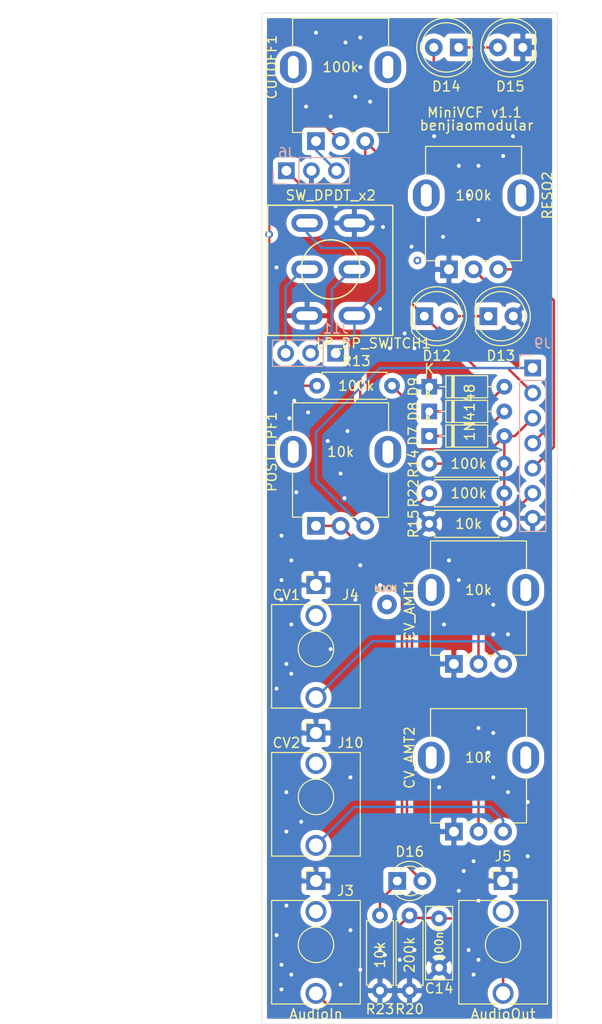
<source format=kicad_pcb>
(kicad_pcb (version 20171130) (host pcbnew 5.1.9+dfsg1-1~bpo10+1)
  (layers (0 F.Cu signal) (31 B.Cu signal) (34 B.Paste user) (35 F.Paste user) (36 B.SilkS user) (37 F.SilkS user) (38 B.Mask user) (39 F.Mask user) (44 Edge.Cuts user))
  (net 0 "")
  (net 1 "Net-(CUTOFF1-Pad2)")
  (net 2 "Net-(D12-Pad2)")
  (net 3 "Net-(D14-Pad1)")
  (net 4 GND1)
  (net 5 NEG12V_1)
  (net 6 POS12V_1)
  (net 7 A_5)
  (net 8 A_6)
  (net 9 "Net-(CV_AMT1-Pad2)")
  (net 10 "Net-(CV_AMT1-Pad3)")
  (net 11 "Net-(CV_AMT2-Pad2)")
  (net 12 "Net-(CV_AMT2-Pad3)")
  (net 13 A_7)
  (net 14 A_8)
  (net 15 A_9)
  (net 16 "Net-(C14-Pad2)")
  (net 17 A_CV_IN)
  (net 18 A_CLIPPING_LEDS)
  (net 19 A_AUDIO_IN)
  (net 20 A_AUDIO_OUT)
  (net 21 "Net-(D7-Pad1)")
  (net 22 "Net-(D8-Pad1)")
  (net 23 "Net-(D16-Pad1)")
  (module LED_THT:LED_D5.0mm (layer F.Cu) (at 95 83.75)
    (fp_text reference D13 (at 1.27 4) (layer F.SilkS))
    (fp_text value LED)
    (fp_line (start -1.29 -1.545) (end -1.29 1.545) (layer F.SilkS) (width 0.12))
    (fp_circle (center 1.27 0) (end 3.77 0) (layer F.SilkS) (width 0.12))
    (fp_arc (start 1.27 0) (end -1.29 -1.54483) (angle 148.9) (layer F.SilkS) (width 0.12))
    (fp_arc (start 1.27 0) (end -1.29 1.54483) (angle -148.9) (layer F.SilkS) (width 0.12))
    (pad 1 thru_hole rect (at 0 0) (size 1.8 1.8) (drill 0.9) (layers *.Cu *.Mask) (net 2 "Net-(D12-Pad2)"))
    (pad 2 thru_hole circle (at 2.54 0) (size 1.8 1.8) (drill 0.9) (layers *.Cu *.Mask) (net 4 GND1))
  )
  (module LED_THT:LED_D5.0mm (layer F.Cu) (at 88.5 83.75)
    (fp_text reference D12 (at 1.27 4) (layer F.SilkS))
    (fp_text value LED)
    (fp_circle (center 1.27 0) (end 3.77 0) (layer F.SilkS) (width 0.12))
    (fp_line (start -1.29 -1.545) (end -1.29 1.545) (layer F.SilkS) (width 0.12))
    (fp_arc (start 1.27 0) (end -1.29 1.54483) (angle -148.9) (layer F.SilkS) (width 0.12))
    (fp_arc (start 1.27 0) (end -1.29 -1.54483) (angle 148.9) (layer F.SilkS) (width 0.12))
    (pad 2 thru_hole circle (at 2.54 0) (size 1.8 1.8) (drill 0.9) (layers *.Cu *.Mask) (net 2 "Net-(D12-Pad2)"))
    (pad 1 thru_hole rect (at 0 0) (size 1.8 1.8) (drill 0.9) (layers *.Cu *.Mask) (net 18 A_CLIPPING_LEDS))
  )
  (module benjiaomodular:Wire_1mm (layer F.Cu) (at 84.709 113.03)
    (fp_text reference REF** hide)
    (fp_text value Wire_1mm)
    (pad 1 thru_hole circle (at 0 -0.05) (size 2 2) (drill 1) (layers *.Cu *.Mask))
  )
  (module benjiaomodular:Potentiometer_RV09 (layer F.Cu) (at 77.5 105 90)
    (fp_text reference POST_LPF1 (at 7.5 -4.5 90) (layer F.SilkS))
    (fp_text value 10k (at 7.5 2.5 180) (layer F.SilkS))
    (fp_line (start 0.88 7.37) (end 5.6 7.37) (layer F.SilkS) (width 0.12))
    (fp_line (start 0.88 7.37) (end 0.88 5.88) (layer F.SilkS) (width 0.12))
    (fp_line (start 0.88 4.16) (end 0.88 3.33) (layer F.SilkS) (width 0.12))
    (fp_line (start 0.88 -1.19) (end 0.88 -2.37) (layer F.SilkS) (width 0.12))
    (fp_line (start 12.47 7.37) (end 12.47 -2.37) (layer F.SilkS) (width 0.12))
    (fp_line (start 9.41 7.37) (end 12.47 7.37) (layer F.SilkS) (width 0.12))
    (fp_line (start 0.88 -2.38) (end 5.6 -2.38) (layer F.SilkS) (width 0.12))
    (fp_line (start 9.41 -2.37) (end 12.47 -2.37) (layer F.SilkS) (width 0.12))
    (fp_line (start 0.88 1.71) (end 0.88 1.18) (layer F.SilkS) (width 0.12))
    (pad 1 thru_hole rect (at 0 0 180) (size 1.8 1.8) (drill 1) (layers *.Cu *.Mask) (net 16 "Net-(C14-Pad2)"))
    (pad 3 thru_hole circle (at 0 5 180) (size 1.8 1.8) (drill 1) (layers *.Cu *.Mask) (net 20 A_AUDIO_OUT))
    (pad 2 thru_hole circle (at 0 2.5 180) (size 1.8 1.8) (drill 1) (layers *.Cu *.Mask) (net 16 "Net-(C14-Pad2)"))
    (pad "" thru_hole oval (at 7.5 7.3 180) (size 2.72 3.24) (drill oval 1.1 2.3) (layers *.Cu *.Mask))
    (pad "" thru_hole oval (at 7.5 -2.3 180) (size 2.72 3.24) (drill oval 1.1 2.3) (layers *.Cu *.Mask))
  )
  (module benjiaomodular:Capacitor_Rect_L7.2mm_W2.5mm_P5.00mm (layer F.Cu) (at 90 149.8 90)
    (fp_text reference C14 (at -2.1 0 180) (layer F.SilkS))
    (fp_text value 100nF (at 2.5 0 90) (layer F.SilkS) (effects (font (size 0.8 0.8))))
    (fp_line (start -1.22 -1.37) (end -1.22 1.37) (layer F.SilkS) (width 0.12))
    (fp_line (start -1.22 1.37) (end 6.22 1.37) (layer F.SilkS) (width 0.12))
    (fp_line (start -1.22 -1.37) (end 6.22 -1.37) (layer F.SilkS) (width 0.12))
    (fp_line (start 6.22 -1.37) (end 6.22 1.37) (layer F.SilkS) (width 0.12))
    (pad 2 thru_hole circle (at 5 0 90) (size 1.6 1.6) (drill 0.8) (layers *.Cu *.Mask) (net 16 "Net-(C14-Pad2)"))
    (pad 1 thru_hole circle (at 0 0 90) (size 1.6 1.6) (drill 0.8) (layers *.Cu *.Mask) (net 4 GND1))
  )
  (module Diode_THT:D_DO-35_SOD27_P7.62mm_Horizontal (layer F.Cu) (at 89 95.9)
    (fp_text reference D7 (at -1.6 0 90) (layer F.SilkS))
    (fp_text value 1N4148 hide)
    (fp_line (start 1.69 -1.12) (end 1.69 1.12) (layer F.SilkS) (width 0.12))
    (fp_line (start 1.69 1.12) (end 5.93 1.12) (layer F.SilkS) (width 0.12))
    (fp_line (start 5.93 1.12) (end 5.93 -1.12) (layer F.SilkS) (width 0.12))
    (fp_line (start 5.93 -1.12) (end 1.69 -1.12) (layer F.SilkS) (width 0.12))
    (fp_line (start 1.04 0) (end 1.69 0) (layer F.SilkS) (width 0.12))
    (fp_line (start 6.58 0) (end 5.93 0) (layer F.SilkS) (width 0.12))
    (fp_line (start 2.41 -1.12) (end 2.41 1.12) (layer F.SilkS) (width 0.12))
    (fp_line (start 2.53 -1.12) (end 2.53 1.12) (layer F.SilkS) (width 0.12))
    (fp_line (start 2.29 -1.12) (end 2.29 1.12) (layer F.SilkS) (width 0.12))
    (fp_text user K (at 0 -1.8) (layer F.SilkS))
    (pad 2 thru_hole oval (at 7.62 0) (size 1.6 1.6) (drill 0.8) (layers *.Cu *.Mask) (net 17 A_CV_IN))
    (pad 1 thru_hole rect (at 0 0) (size 1.6 1.6) (drill 0.8) (layers *.Cu *.Mask) (net 21 "Net-(D7-Pad1)"))
  )
  (module Diode_THT:D_DO-35_SOD27_P7.62mm_Horizontal (layer F.Cu) (at 89 93.4)
    (fp_text reference D8 (at -1.6 0 90) (layer F.SilkS))
    (fp_text value 1N4148 hide)
    (fp_line (start 2.29 -1.12) (end 2.29 1.12) (layer F.SilkS) (width 0.12))
    (fp_line (start 2.53 -1.12) (end 2.53 1.12) (layer F.SilkS) (width 0.12))
    (fp_line (start 2.41 -1.12) (end 2.41 1.12) (layer F.SilkS) (width 0.12))
    (fp_line (start 6.58 0) (end 5.93 0) (layer F.SilkS) (width 0.12))
    (fp_line (start 1.04 0) (end 1.69 0) (layer F.SilkS) (width 0.12))
    (fp_line (start 5.93 -1.12) (end 1.69 -1.12) (layer F.SilkS) (width 0.12))
    (fp_line (start 5.93 1.12) (end 5.93 -1.12) (layer F.SilkS) (width 0.12))
    (fp_line (start 1.69 1.12) (end 5.93 1.12) (layer F.SilkS) (width 0.12))
    (fp_line (start 1.69 -1.12) (end 1.69 1.12) (layer F.SilkS) (width 0.12))
    (fp_text user K (at 0 -1.8) (layer F.SilkS))
    (pad 1 thru_hole rect (at 0 0) (size 1.6 1.6) (drill 0.8) (layers *.Cu *.Mask) (net 22 "Net-(D8-Pad1)"))
    (pad 2 thru_hole oval (at 7.62 0) (size 1.6 1.6) (drill 0.8) (layers *.Cu *.Mask) (net 21 "Net-(D7-Pad1)"))
  )
  (module Diode_THT:D_DO-35_SOD27_P7.62mm_Horizontal (layer F.Cu) (at 89 90.9)
    (fp_text reference D9 (at -1.6 0 270) (layer F.SilkS))
    (fp_text value 1N4148 (at 4.1 2.6 90) (layer F.SilkS))
    (fp_line (start 1.69 -1.12) (end 1.69 1.12) (layer F.SilkS) (width 0.12))
    (fp_line (start 1.69 1.12) (end 5.93 1.12) (layer F.SilkS) (width 0.12))
    (fp_line (start 5.93 1.12) (end 5.93 -1.12) (layer F.SilkS) (width 0.12))
    (fp_line (start 5.93 -1.12) (end 1.69 -1.12) (layer F.SilkS) (width 0.12))
    (fp_line (start 1.04 0) (end 1.69 0) (layer F.SilkS) (width 0.12))
    (fp_line (start 6.58 0) (end 5.93 0) (layer F.SilkS) (width 0.12))
    (fp_line (start 2.41 -1.12) (end 2.41 1.12) (layer F.SilkS) (width 0.12))
    (fp_line (start 2.53 -1.12) (end 2.53 1.12) (layer F.SilkS) (width 0.12))
    (fp_line (start 2.29 -1.12) (end 2.29 1.12) (layer F.SilkS) (width 0.12))
    (fp_text user K (at 0 -1.8) (layer F.SilkS))
    (pad 2 thru_hole oval (at 7.62 0) (size 1.6 1.6) (drill 0.8) (layers *.Cu *.Mask) (net 22 "Net-(D8-Pad1)"))
    (pad 1 thru_hole rect (at 0 0) (size 1.6 1.6) (drill 0.8) (layers *.Cu *.Mask) (net 4 GND1))
  )
  (module benjiaomodular:Resistor_L6.3mm_D2.5mm_P7.62mm_Horizontal (layer F.Cu) (at 77.6 90.8)
    (fp_text reference R13 (at 4 -2.5) (layer F.SilkS))
    (fp_text value 100k (at 4 0) (layer F.SilkS))
    (fp_line (start 0.54 -1.37) (end 7.08 -1.37) (layer F.SilkS) (width 0.12))
    (fp_line (start 0.54 -1.04) (end 0.54 -1.37) (layer F.SilkS) (width 0.12))
    (fp_line (start 0.54 1.37) (end 7.08 1.37) (layer F.SilkS) (width 0.12))
    (fp_line (start 7.08 1.37) (end 7.08 1.04) (layer F.SilkS) (width 0.12))
    (fp_line (start 0.54 1.04) (end 0.54 1.37) (layer F.SilkS) (width 0.12))
    (fp_line (start 7.08 -1.37) (end 7.08 -1.04) (layer F.SilkS) (width 0.12))
    (pad 2 thru_hole oval (at 7.62 0) (size 1.6 1.6) (drill 0.8) (layers *.Cu *.Mask) (net 17 A_CV_IN))
    (pad 1 thru_hole circle (at 0 0) (size 1.6 1.6) (drill 0.8) (layers *.Cu *.Mask) (net 1 "Net-(CUTOFF1-Pad2)"))
  )
  (module benjiaomodular:Resistor_L6.3mm_D2.5mm_P7.62mm_Horizontal (layer F.Cu) (at 89 98.7)
    (fp_text reference R14 (at -1.6 0 90) (layer F.SilkS))
    (fp_text value 100k (at 4 0) (layer F.SilkS))
    (fp_line (start 7.08 -1.37) (end 7.08 -1.04) (layer F.SilkS) (width 0.12))
    (fp_line (start 0.54 1.04) (end 0.54 1.37) (layer F.SilkS) (width 0.12))
    (fp_line (start 7.08 1.37) (end 7.08 1.04) (layer F.SilkS) (width 0.12))
    (fp_line (start 0.54 1.37) (end 7.08 1.37) (layer F.SilkS) (width 0.12))
    (fp_line (start 0.54 -1.04) (end 0.54 -1.37) (layer F.SilkS) (width 0.12))
    (fp_line (start 0.54 -1.37) (end 7.08 -1.37) (layer F.SilkS) (width 0.12))
    (pad 1 thru_hole circle (at 0 0) (size 1.6 1.6) (drill 0.8) (layers *.Cu *.Mask) (net 9 "Net-(CV_AMT1-Pad2)"))
    (pad 2 thru_hole oval (at 7.62 0) (size 1.6 1.6) (drill 0.8) (layers *.Cu *.Mask) (net 17 A_CV_IN))
  )
  (module benjiaomodular:Resistor_L6.3mm_D2.5mm_P7.62mm_Horizontal (layer F.Cu) (at 89 104.8)
    (fp_text reference R15 (at -1.6 0 270) (layer F.SilkS))
    (fp_text value 10k (at 4 0) (layer F.SilkS))
    (fp_line (start 0.54 -1.37) (end 7.08 -1.37) (layer F.SilkS) (width 0.12))
    (fp_line (start 0.54 -1.04) (end 0.54 -1.37) (layer F.SilkS) (width 0.12))
    (fp_line (start 0.54 1.37) (end 7.08 1.37) (layer F.SilkS) (width 0.12))
    (fp_line (start 7.08 1.37) (end 7.08 1.04) (layer F.SilkS) (width 0.12))
    (fp_line (start 0.54 1.04) (end 0.54 1.37) (layer F.SilkS) (width 0.12))
    (fp_line (start 7.08 -1.37) (end 7.08 -1.04) (layer F.SilkS) (width 0.12))
    (pad 2 thru_hole oval (at 7.62 0) (size 1.6 1.6) (drill 0.8) (layers *.Cu *.Mask) (net 17 A_CV_IN))
    (pad 1 thru_hole circle (at 0 0) (size 1.6 1.6) (drill 0.8) (layers *.Cu *.Mask) (net 4 GND1))
  )
  (module benjiaomodular:Resistor_L6.3mm_D2.5mm_P7.62mm_Horizontal (layer F.Cu) (at 87 144.5 270)
    (fp_text reference R20 (at 9.5 0 180) (layer F.SilkS))
    (fp_text value 200k (at 4 0 90) (layer F.SilkS))
    (fp_line (start 0.54 -1.37) (end 7.08 -1.37) (layer F.SilkS) (width 0.12))
    (fp_line (start 0.54 -1.04) (end 0.54 -1.37) (layer F.SilkS) (width 0.12))
    (fp_line (start 0.54 1.37) (end 7.08 1.37) (layer F.SilkS) (width 0.12))
    (fp_line (start 7.08 1.37) (end 7.08 1.04) (layer F.SilkS) (width 0.12))
    (fp_line (start 0.54 1.04) (end 0.54 1.37) (layer F.SilkS) (width 0.12))
    (fp_line (start 7.08 -1.37) (end 7.08 -1.04) (layer F.SilkS) (width 0.12))
    (pad 2 thru_hole oval (at 7.62 0 270) (size 1.6 1.6) (drill 0.8) (layers *.Cu *.Mask) (net 4 GND1))
    (pad 1 thru_hole circle (at 0 0 270) (size 1.6 1.6) (drill 0.8) (layers *.Cu *.Mask) (net 16 "Net-(C14-Pad2)"))
  )
  (module benjiaomodular:Resistor_L6.3mm_D2.5mm_P7.62mm_Horizontal (layer F.Cu) (at 89 101.7)
    (fp_text reference R22 (at -1.6 0 90) (layer F.SilkS))
    (fp_text value 100k (at 4 0) (layer F.SilkS))
    (fp_line (start 0.54 -1.37) (end 7.08 -1.37) (layer F.SilkS) (width 0.12))
    (fp_line (start 0.54 -1.04) (end 0.54 -1.37) (layer F.SilkS) (width 0.12))
    (fp_line (start 0.54 1.37) (end 7.08 1.37) (layer F.SilkS) (width 0.12))
    (fp_line (start 7.08 1.37) (end 7.08 1.04) (layer F.SilkS) (width 0.12))
    (fp_line (start 0.54 1.04) (end 0.54 1.37) (layer F.SilkS) (width 0.12))
    (fp_line (start 7.08 -1.37) (end 7.08 -1.04) (layer F.SilkS) (width 0.12))
    (pad 2 thru_hole oval (at 7.62 0) (size 1.6 1.6) (drill 0.8) (layers *.Cu *.Mask) (net 17 A_CV_IN))
    (pad 1 thru_hole circle (at 0 0) (size 1.6 1.6) (drill 0.8) (layers *.Cu *.Mask) (net 11 "Net-(CV_AMT2-Pad2)"))
  )
  (module benjiaomodular:Resistor_L6.3mm_D2.5mm_P7.62mm_Horizontal (layer F.Cu) (at 84 144.5 270)
    (fp_text reference R23 (at 9.5 0 180) (layer F.SilkS))
    (fp_text value 10k (at 4 0 90) (layer F.SilkS))
    (fp_line (start 0.54 -1.37) (end 7.08 -1.37) (layer F.SilkS) (width 0.12))
    (fp_line (start 0.54 -1.04) (end 0.54 -1.37) (layer F.SilkS) (width 0.12))
    (fp_line (start 0.54 1.37) (end 7.08 1.37) (layer F.SilkS) (width 0.12))
    (fp_line (start 7.08 1.37) (end 7.08 1.04) (layer F.SilkS) (width 0.12))
    (fp_line (start 0.54 1.04) (end 0.54 1.37) (layer F.SilkS) (width 0.12))
    (fp_line (start 7.08 -1.37) (end 7.08 -1.04) (layer F.SilkS) (width 0.12))
    (pad 2 thru_hole oval (at 7.62 0 270) (size 1.6 1.6) (drill 0.8) (layers *.Cu *.Mask) (net 4 GND1))
    (pad 1 thru_hole circle (at 0 0 270) (size 1.6 1.6) (drill 0.8) (layers *.Cu *.Mask) (net 23 "Net-(D16-Pad1)"))
  )
  (module benjiaomodular:Potentiometer_RV09 (layer F.Cu) (at 77.5 66 90)
    (fp_text reference CUTOFF1 (at 7.5 -4.5 90) (layer F.SilkS))
    (fp_text value 100k (at 7.5 2.5 180) (layer F.SilkS))
    (fp_line (start 0.88 7.37) (end 5.6 7.37) (layer F.SilkS) (width 0.12))
    (fp_line (start 0.88 7.37) (end 0.88 5.88) (layer F.SilkS) (width 0.12))
    (fp_line (start 0.88 4.16) (end 0.88 3.33) (layer F.SilkS) (width 0.12))
    (fp_line (start 0.88 -1.19) (end 0.88 -2.37) (layer F.SilkS) (width 0.12))
    (fp_line (start 12.47 7.37) (end 12.47 -2.37) (layer F.SilkS) (width 0.12))
    (fp_line (start 9.41 7.37) (end 12.47 7.37) (layer F.SilkS) (width 0.12))
    (fp_line (start 0.88 -2.38) (end 5.6 -2.38) (layer F.SilkS) (width 0.12))
    (fp_line (start 9.41 -2.37) (end 12.47 -2.37) (layer F.SilkS) (width 0.12))
    (fp_line (start 0.88 1.71) (end 0.88 1.18) (layer F.SilkS) (width 0.12))
    (pad 1 thru_hole rect (at 0 0 180) (size 1.8 1.8) (drill 1) (layers *.Cu *.Mask) (net 5 NEG12V_1))
    (pad 3 thru_hole circle (at 0 5 180) (size 1.8 1.8) (drill 1) (layers *.Cu *.Mask) (net 6 POS12V_1))
    (pad 2 thru_hole circle (at 0 2.5 180) (size 1.8 1.8) (drill 1) (layers *.Cu *.Mask) (net 1 "Net-(CUTOFF1-Pad2)"))
    (pad "" thru_hole oval (at 7.5 7.3 180) (size 2.72 3.24) (drill oval 1.1 2.3) (layers *.Cu *.Mask))
    (pad "" thru_hole oval (at 7.5 -2.3 180) (size 2.72 3.24) (drill oval 1.1 2.3) (layers *.Cu *.Mask))
  )
  (module benjiaomodular:Potentiometer_RV09 (layer F.Cu) (at 91.5 119 90)
    (fp_text reference CV_AMT1 (at 5.5 -4.5 90) (layer F.SilkS))
    (fp_text value 10k (at 7.5 2.5 180) (layer F.SilkS))
    (fp_line (start 0.88 1.71) (end 0.88 1.18) (layer F.SilkS) (width 0.12))
    (fp_line (start 9.41 -2.37) (end 12.47 -2.37) (layer F.SilkS) (width 0.12))
    (fp_line (start 0.88 -2.38) (end 5.6 -2.38) (layer F.SilkS) (width 0.12))
    (fp_line (start 9.41 7.37) (end 12.47 7.37) (layer F.SilkS) (width 0.12))
    (fp_line (start 12.47 7.37) (end 12.47 -2.37) (layer F.SilkS) (width 0.12))
    (fp_line (start 0.88 -1.19) (end 0.88 -2.37) (layer F.SilkS) (width 0.12))
    (fp_line (start 0.88 4.16) (end 0.88 3.33) (layer F.SilkS) (width 0.12))
    (fp_line (start 0.88 7.37) (end 0.88 5.88) (layer F.SilkS) (width 0.12))
    (fp_line (start 0.88 7.37) (end 5.6 7.37) (layer F.SilkS) (width 0.12))
    (pad "" thru_hole oval (at 7.5 -2.3 180) (size 2.72 3.24) (drill oval 1.1 2.3) (layers *.Cu *.Mask))
    (pad "" thru_hole oval (at 7.5 7.3 180) (size 2.72 3.24) (drill oval 1.1 2.3) (layers *.Cu *.Mask))
    (pad 2 thru_hole circle (at 0 2.5 180) (size 1.8 1.8) (drill 1) (layers *.Cu *.Mask) (net 9 "Net-(CV_AMT1-Pad2)"))
    (pad 3 thru_hole circle (at 0 5 180) (size 1.8 1.8) (drill 1) (layers *.Cu *.Mask) (net 10 "Net-(CV_AMT1-Pad3)"))
    (pad 1 thru_hole rect (at 0 0 180) (size 1.8 1.8) (drill 1) (layers *.Cu *.Mask) (net 4 GND1))
  )
  (module benjiaomodular:Potentiometer_RV09 (layer F.Cu) (at 91.5 136 90)
    (fp_text reference CV_AMT2 (at 7.5 -4.5 90) (layer F.SilkS))
    (fp_text value 10k (at 7.5 2.5 180) (layer F.SilkS))
    (fp_line (start 0.88 7.37) (end 5.6 7.37) (layer F.SilkS) (width 0.12))
    (fp_line (start 0.88 7.37) (end 0.88 5.88) (layer F.SilkS) (width 0.12))
    (fp_line (start 0.88 4.16) (end 0.88 3.33) (layer F.SilkS) (width 0.12))
    (fp_line (start 0.88 -1.19) (end 0.88 -2.37) (layer F.SilkS) (width 0.12))
    (fp_line (start 12.47 7.37) (end 12.47 -2.37) (layer F.SilkS) (width 0.12))
    (fp_line (start 9.41 7.37) (end 12.47 7.37) (layer F.SilkS) (width 0.12))
    (fp_line (start 0.88 -2.38) (end 5.6 -2.38) (layer F.SilkS) (width 0.12))
    (fp_line (start 9.41 -2.37) (end 12.47 -2.37) (layer F.SilkS) (width 0.12))
    (fp_line (start 0.88 1.71) (end 0.88 1.18) (layer F.SilkS) (width 0.12))
    (pad 1 thru_hole rect (at 0 0 180) (size 1.8 1.8) (drill 1) (layers *.Cu *.Mask) (net 4 GND1))
    (pad 3 thru_hole circle (at 0 5 180) (size 1.8 1.8) (drill 1) (layers *.Cu *.Mask) (net 12 "Net-(CV_AMT2-Pad3)"))
    (pad 2 thru_hole circle (at 0 2.5 180) (size 1.8 1.8) (drill 1) (layers *.Cu *.Mask) (net 11 "Net-(CV_AMT2-Pad2)"))
    (pad "" thru_hole oval (at 7.5 7.3 180) (size 2.72 3.24) (drill oval 1.1 2.3) (layers *.Cu *.Mask))
    (pad "" thru_hole oval (at 7.5 -2.3 180) (size 2.72 3.24) (drill oval 1.1 2.3) (layers *.Cu *.Mask))
  )
  (module LED_THT:LED_D5.0mm (layer F.Cu) (at 92 56.5 180)
    (fp_text reference D14 (at 1.27 -3.96) (layer F.SilkS))
    (fp_text value LED)
    (fp_circle (center 1.27 0) (end 3.77 0) (layer F.SilkS) (width 0.12))
    (fp_line (start -1.29 -1.545) (end -1.29 1.545) (layer F.SilkS) (width 0.12))
    (fp_arc (start 1.27 0) (end -1.29 1.54483) (angle -148.9) (layer F.SilkS) (width 0.12))
    (fp_arc (start 1.27 0) (end -1.29 -1.54483) (angle 148.9) (layer F.SilkS) (width 0.12))
    (pad 2 thru_hole circle (at 2.54 0 180) (size 1.8 1.8) (drill 0.9) (layers *.Cu *.Mask) (net 18 A_CLIPPING_LEDS))
    (pad 1 thru_hole rect (at 0 0 180) (size 1.8 1.8) (drill 0.9) (layers *.Cu *.Mask) (net 3 "Net-(D14-Pad1)"))
  )
  (module LED_THT:LED_D5.0mm (layer F.Cu) (at 98.5 56.5 180)
    (fp_text reference D15 (at 1.27 -3.96) (layer F.SilkS))
    (fp_text value LED)
    (fp_line (start -1.29 -1.545) (end -1.29 1.545) (layer F.SilkS) (width 0.12))
    (fp_circle (center 1.27 0) (end 3.77 0) (layer F.SilkS) (width 0.12))
    (fp_arc (start 1.27 0) (end -1.29 -1.54483) (angle 148.9) (layer F.SilkS) (width 0.12))
    (fp_arc (start 1.27 0) (end -1.29 1.54483) (angle -148.9) (layer F.SilkS) (width 0.12))
    (pad 1 thru_hole rect (at 0 0 180) (size 1.8 1.8) (drill 0.9) (layers *.Cu *.Mask) (net 4 GND1))
    (pad 2 thru_hole circle (at 2.54 0 180) (size 1.8 1.8) (drill 0.9) (layers *.Cu *.Mask) (net 3 "Net-(D14-Pad1)"))
  )
  (module LED_THT:LED_D3.0mm (layer F.Cu) (at 85.75 141)
    (fp_text reference D16 (at 1.27 -2.96) (layer F.SilkS))
    (fp_text value LED)
    (fp_line (start -0.29 1.08) (end -0.29 1.236) (layer F.SilkS) (width 0.12))
    (fp_line (start -0.29 -1.236) (end -0.29 -1.08) (layer F.SilkS) (width 0.12))
    (fp_arc (start 1.27 0) (end -0.29 -1.235516) (angle 108.8) (layer F.SilkS) (width 0.12))
    (fp_arc (start 1.27 0) (end -0.29 1.235516) (angle -108.8) (layer F.SilkS) (width 0.12))
    (fp_arc (start 1.27 0) (end 0.229039 -1.08) (angle 87.9) (layer F.SilkS) (width 0.12))
    (fp_arc (start 1.27 0) (end 0.229039 1.08) (angle -87.9) (layer F.SilkS) (width 0.12))
    (pad 1 thru_hole rect (at 0 0) (size 1.8 1.8) (drill 0.9) (layers *.Cu *.Mask) (net 23 "Net-(D16-Pad1)"))
    (pad 2 thru_hole circle (at 2.54 0) (size 1.8 1.8) (drill 0.9) (layers *.Cu *.Mask) (net 6 POS12V_1))
  )
  (module benjiaomodular:AudioJack_3.5mm (layer F.Cu) (at 77.5 141)
    (fp_text reference J3 (at 3 1) (layer F.SilkS))
    (fp_text value AudioIn (at 0 13.5) (layer F.SilkS))
    (fp_line (start -1.06 -1) (end -0.2 -1) (layer F.SilkS) (width 0.12))
    (fp_line (start -0.5 12.48) (end -4.5 12.48) (layer F.SilkS) (width 0.12))
    (fp_line (start 4.5 12.48) (end 0.5 12.48) (layer F.SilkS) (width 0.12))
    (fp_line (start -4.5 1.98) (end -4.5 12.48) (layer F.SilkS) (width 0.12))
    (fp_circle (center 0 6.48) (end 1.8 6.48) (layer F.SilkS) (width 0.12))
    (fp_line (start -0.35 1.98) (end -4.5 1.98) (layer F.SilkS) (width 0.12))
    (fp_line (start 4.5 1.98) (end 0.35 1.98) (layer F.SilkS) (width 0.12))
    (fp_line (start 4.5 1.98) (end 4.5 12.48) (layer F.SilkS) (width 0.12))
    (fp_line (start -1.06 -1) (end -1.06 -0.2) (layer F.SilkS) (width 0.12))
    (pad T thru_hole circle (at 0 11.4 180) (size 2.13 2.13) (drill 1.43) (layers *.Cu *.Mask) (net 19 A_AUDIO_IN))
    (pad TN thru_hole circle (at 0 3.1 180) (size 2.13 2.13) (drill 1.42) (layers *.Cu *.Mask))
    (pad S thru_hole rect (at 0 0 180) (size 1.93 1.83) (drill 1.22) (layers *.Cu *.Mask) (net 4 GND1))
  )
  (module benjiaomodular:AudioJack_3.5mm (layer F.Cu) (at 77.5 111)
    (fp_text reference J4 (at 3.5 1) (layer F.SilkS))
    (fp_text value CV1 (at -3 1) (layer F.SilkS))
    (fp_line (start -1.06 -1) (end -0.2 -1) (layer F.SilkS) (width 0.12))
    (fp_line (start -0.5 12.48) (end -4.5 12.48) (layer F.SilkS) (width 0.12))
    (fp_line (start 4.5 12.48) (end 0.5 12.48) (layer F.SilkS) (width 0.12))
    (fp_line (start -4.5 1.98) (end -4.5 12.48) (layer F.SilkS) (width 0.12))
    (fp_circle (center 0 6.48) (end 1.8 6.48) (layer F.SilkS) (width 0.12))
    (fp_line (start -0.35 1.98) (end -4.5 1.98) (layer F.SilkS) (width 0.12))
    (fp_line (start 4.5 1.98) (end 0.35 1.98) (layer F.SilkS) (width 0.12))
    (fp_line (start 4.5 1.98) (end 4.5 12.48) (layer F.SilkS) (width 0.12))
    (fp_line (start -1.06 -1) (end -1.06 -0.2) (layer F.SilkS) (width 0.12))
    (pad T thru_hole circle (at 0 11.4 180) (size 2.13 2.13) (drill 1.43) (layers *.Cu *.Mask) (net 10 "Net-(CV_AMT1-Pad3)"))
    (pad TN thru_hole circle (at 0 3.1 180) (size 2.13 2.13) (drill 1.42) (layers *.Cu *.Mask))
    (pad S thru_hole rect (at 0 0 180) (size 1.93 1.83) (drill 1.22) (layers *.Cu *.Mask) (net 4 GND1))
  )
  (module benjiaomodular:AudioJack_3.5mm (layer F.Cu) (at 96.5 141)
    (fp_text reference J5 (at 0 -2.5) (layer F.SilkS))
    (fp_text value AudioOut (at 0 13.5) (layer F.SilkS))
    (fp_line (start -1.06 -1) (end -1.06 -0.2) (layer F.SilkS) (width 0.12))
    (fp_line (start 4.5 1.98) (end 4.5 12.48) (layer F.SilkS) (width 0.12))
    (fp_line (start 4.5 1.98) (end 0.35 1.98) (layer F.SilkS) (width 0.12))
    (fp_line (start -0.35 1.98) (end -4.5 1.98) (layer F.SilkS) (width 0.12))
    (fp_circle (center 0 6.48) (end 1.8 6.48) (layer F.SilkS) (width 0.12))
    (fp_line (start -4.5 1.98) (end -4.5 12.48) (layer F.SilkS) (width 0.12))
    (fp_line (start 4.5 12.48) (end 0.5 12.48) (layer F.SilkS) (width 0.12))
    (fp_line (start -0.5 12.48) (end -4.5 12.48) (layer F.SilkS) (width 0.12))
    (fp_line (start -1.06 -1) (end -0.2 -1) (layer F.SilkS) (width 0.12))
    (pad S thru_hole rect (at 0 0 180) (size 1.93 1.83) (drill 1.22) (layers *.Cu *.Mask) (net 4 GND1))
    (pad TN thru_hole circle (at 0 3.1 180) (size 2.13 2.13) (drill 1.42) (layers *.Cu *.Mask))
    (pad T thru_hole circle (at 0 11.4 180) (size 2.13 2.13) (drill 1.43) (layers *.Cu *.Mask) (net 16 "Net-(C14-Pad2)"))
  )
  (module Connector_PinSocket_2.54mm:PinSocket_1x03_P2.54mm_Vertical (layer B.Cu) (at 74.5 69 270)
    (fp_text reference J6 (at -1.8 0) (layer B.SilkS) (effects (justify mirror)))
    (fp_text value CONN_PWR1)
    (fp_line (start 0 1.33) (end 1.33 1.33) (layer B.SilkS) (width 0.12))
    (fp_line (start 1.33 1.33) (end 1.33 0) (layer B.SilkS) (width 0.12))
    (fp_line (start 1.33 -1.27) (end 1.33 -6.41) (layer B.SilkS) (width 0.12))
    (fp_line (start -1.33 -6.41) (end 1.33 -6.41) (layer B.SilkS) (width 0.12))
    (fp_line (start -1.33 -1.27) (end -1.33 -6.41) (layer B.SilkS) (width 0.12))
    (fp_line (start -1.33 -1.27) (end 1.33 -1.27) (layer B.SilkS) (width 0.12))
    (pad 1 thru_hole rect (at 0 0 270) (size 1.7 1.7) (drill 1) (layers *.Cu *.Mask) (net 6 POS12V_1))
    (pad 2 thru_hole oval (at 0 -2.54 270) (size 1.7 1.7) (drill 1) (layers *.Cu *.Mask) (net 4 GND1))
    (pad 3 thru_hole oval (at 0 -5.08 270) (size 1.7 1.7) (drill 1) (layers *.Cu *.Mask) (net 5 NEG12V_1))
  )
  (module Connector_PinSocket_2.54mm:PinSocket_1x07_P2.54mm_Vertical (layer B.Cu) (at 99.5 89 180)
    (fp_text reference J9 (at -1 2.5) (layer B.SilkS) (effects (justify mirror)))
    (fp_text value CTRL_PANEL_CONN)
    (fp_line (start 0 1.33) (end 1.33 1.33) (layer B.SilkS) (width 0.12))
    (fp_line (start 1.33 1.33) (end 1.33 0) (layer B.SilkS) (width 0.12))
    (fp_line (start 1.33 -1.27) (end 1.33 -16.57) (layer B.SilkS) (width 0.12))
    (fp_line (start -1.33 -16.57) (end 1.33 -16.57) (layer B.SilkS) (width 0.12))
    (fp_line (start -1.33 -1.27) (end -1.33 -16.57) (layer B.SilkS) (width 0.12))
    (fp_line (start -1.33 -1.27) (end 1.33 -1.27) (layer B.SilkS) (width 0.12))
    (pad 1 thru_hole rect (at 0 0 180) (size 1.7 1.7) (drill 1) (layers *.Cu *.Mask) (net 20 A_AUDIO_OUT))
    (pad 2 thru_hole oval (at 0 -2.54 180) (size 1.7 1.7) (drill 1) (layers *.Cu *.Mask) (net 18 A_CLIPPING_LEDS))
    (pad 3 thru_hole oval (at 0 -5.08 180) (size 1.7 1.7) (drill 1) (layers *.Cu *.Mask) (net 17 A_CV_IN))
    (pad 4 thru_hole oval (at 0 -7.62 180) (size 1.7 1.7) (drill 1) (layers *.Cu *.Mask) (net 8 A_6))
    (pad 5 thru_hole oval (at 0 -10.16 180) (size 1.7 1.7) (drill 1) (layers *.Cu *.Mask) (net 7 A_5))
    (pad 6 thru_hole oval (at 0 -12.7 180) (size 1.7 1.7) (drill 1) (layers *.Cu *.Mask) (net 19 A_AUDIO_IN))
    (pad 7 thru_hole oval (at 0 -15.24 180) (size 1.7 1.7) (drill 1) (layers *.Cu *.Mask) (net 4 GND1))
  )
  (module benjiaomodular:AudioJack_3.5mm (layer F.Cu) (at 77.5 126)
    (fp_text reference J10 (at 3.5 1) (layer F.SilkS))
    (fp_text value CV2 (at -3 1) (layer F.SilkS))
    (fp_line (start -1.06 -1) (end -1.06 -0.2) (layer F.SilkS) (width 0.12))
    (fp_line (start 4.5 1.98) (end 4.5 12.48) (layer F.SilkS) (width 0.12))
    (fp_line (start 4.5 1.98) (end 0.35 1.98) (layer F.SilkS) (width 0.12))
    (fp_line (start -0.35 1.98) (end -4.5 1.98) (layer F.SilkS) (width 0.12))
    (fp_circle (center 0 6.48) (end 1.8 6.48) (layer F.SilkS) (width 0.12))
    (fp_line (start -4.5 1.98) (end -4.5 12.48) (layer F.SilkS) (width 0.12))
    (fp_line (start 4.5 12.48) (end 0.5 12.48) (layer F.SilkS) (width 0.12))
    (fp_line (start -0.5 12.48) (end -4.5 12.48) (layer F.SilkS) (width 0.12))
    (fp_line (start -1.06 -1) (end -0.2 -1) (layer F.SilkS) (width 0.12))
    (pad S thru_hole rect (at 0 0 180) (size 1.93 1.83) (drill 1.22) (layers *.Cu *.Mask) (net 4 GND1))
    (pad TN thru_hole circle (at 0 3.1 180) (size 2.13 2.13) (drill 1.42) (layers *.Cu *.Mask))
    (pad T thru_hole circle (at 0 11.4 180) (size 2.13 2.13) (drill 1.43) (layers *.Cu *.Mask) (net 12 "Net-(CV_AMT2-Pad3)"))
  )
  (module Connector_PinSocket_2.54mm:PinSocket_1x03_P2.54mm_Vertical (layer B.Cu) (at 79.5 87.5 90)
    (fp_text reference J11 (at 2.5 0) (layer B.SilkS) (effects (justify mirror)))
    (fp_text value CTRL_PANEL_CONN2)
    (fp_line (start -1.33 -1.27) (end 1.33 -1.27) (layer B.SilkS) (width 0.12))
    (fp_line (start -1.33 -1.27) (end -1.33 -6.41) (layer B.SilkS) (width 0.12))
    (fp_line (start -1.33 -6.41) (end 1.33 -6.41) (layer B.SilkS) (width 0.12))
    (fp_line (start 1.33 -1.27) (end 1.33 -6.41) (layer B.SilkS) (width 0.12))
    (fp_line (start 1.33 1.33) (end 1.33 0) (layer B.SilkS) (width 0.12))
    (fp_line (start 0 1.33) (end 1.33 1.33) (layer B.SilkS) (width 0.12))
    (pad 3 thru_hole oval (at 0 -5.08 90) (size 1.7 1.7) (drill 1) (layers *.Cu *.Mask) (net 15 A_9))
    (pad 2 thru_hole oval (at 0 -2.54 90) (size 1.7 1.7) (drill 1) (layers *.Cu *.Mask) (net 13 A_7))
    (pad 1 thru_hole rect (at 0 0 90) (size 1.7 1.7) (drill 1) (layers *.Cu *.Mask) (net 14 A_8))
  )
  (module benjiaomodular:Potentiometer_RV09 (layer F.Cu) (at 91 79 90)
    (fp_text reference RESO2 (at 7.5 10 270) (layer F.SilkS))
    (fp_text value 100k (at 7.5 2.5 180) (layer F.SilkS))
    (fp_line (start 0.88 1.71) (end 0.88 1.18) (layer F.SilkS) (width 0.12))
    (fp_line (start 9.41 -2.37) (end 12.47 -2.37) (layer F.SilkS) (width 0.12))
    (fp_line (start 0.88 -2.38) (end 5.6 -2.38) (layer F.SilkS) (width 0.12))
    (fp_line (start 9.41 7.37) (end 12.47 7.37) (layer F.SilkS) (width 0.12))
    (fp_line (start 12.47 7.37) (end 12.47 -2.37) (layer F.SilkS) (width 0.12))
    (fp_line (start 0.88 -1.19) (end 0.88 -2.37) (layer F.SilkS) (width 0.12))
    (fp_line (start 0.88 4.16) (end 0.88 3.33) (layer F.SilkS) (width 0.12))
    (fp_line (start 0.88 7.37) (end 0.88 5.88) (layer F.SilkS) (width 0.12))
    (fp_line (start 0.88 7.37) (end 5.6 7.37) (layer F.SilkS) (width 0.12))
    (pad "" thru_hole oval (at 7.5 -2.3 180) (size 2.72 3.24) (drill oval 1.1 2.3) (layers *.Cu *.Mask))
    (pad "" thru_hole oval (at 7.5 7.3 180) (size 2.72 3.24) (drill oval 1.1 2.3) (layers *.Cu *.Mask))
    (pad 2 thru_hole circle (at 0 2.5 180) (size 1.8 1.8) (drill 1) (layers *.Cu *.Mask) (net 8 A_6))
    (pad 3 thru_hole circle (at 0 5 180) (size 1.8 1.8) (drill 1) (layers *.Cu *.Mask) (net 7 A_5))
    (pad 1 thru_hole rect (at 0 0 180) (size 1.8 1.8) (drill 1) (layers *.Cu *.Mask) (net 4 GND1))
  )
  (module benjiaomodular:ToggleSwitch_MTS-202_DPDT (layer F.Cu) (at 79 79 180)
    (fp_text reference LP_BP_SWITCH1 (at -4.35 -7.5) (layer F.SilkS))
    (fp_text value SW_DPDT_x2 (at 0 7.5) (layer F.SilkS))
    (fp_circle (center -0.000416 0) (end 2.999584 0.05) (layer F.SilkS) (width 0.15))
    (fp_line (start -6.3 -6.7) (end 6.4 -6.7) (layer F.SilkS) (width 0.15))
    (fp_line (start 6.4 -6.7) (end 6.4 6.5) (layer F.SilkS) (width 0.15))
    (fp_line (start -6.3 6.5) (end -6.3 -6.7) (layer F.SilkS) (width 0.15))
    (fp_line (start 6.4 6.5) (end -6.3 6.5) (layer F.SilkS) (width 0.15))
    (pad 2 thru_hole oval (at -2.4 0 180) (size 3.2 1.8) (drill oval 2.2 0.9) (layers *.Cu *.Mask) (net 13 A_7))
    (pad 1 thru_hole oval (at -2.4 -4.7 180) (size 3.2 1.8) (drill oval 2.2 0.9) (layers *.Cu *.Mask) (net 14 A_8))
    (pad 3 thru_hole oval (at -2.4 4.7 180) (size 3.2 1.8) (drill oval 2.2 0.9) (layers *.Cu *.Mask) (net 4 GND1))
    (pad 5 thru_hole oval (at 2.4 0 180) (size 3.2 1.8) (drill oval 2.2 0.9) (layers *.Cu *.Mask) (net 15 A_9))
    (pad 4 thru_hole oval (at 2.4 -4.7 180) (size 3.2 1.8) (drill oval 2.2 0.9) (layers *.Cu *.Mask) (net 4 GND1))
    (pad 6 thru_hole oval (at 2.4 4.7 180) (size 3.2 1.8) (drill oval 2.2 0.9) (layers *.Cu *.Mask) (net 14 A_8))
  )
  (gr_text LOCK (at 84.582 111.379) (layer B.SilkS) (effects (font (size 0.6 0.6)) (justify mirror)))
  (gr_text LOCK (at 84.582 111.379) (layer F.SilkS) (effects (font (size 0.6 0.6))))
  (gr_text benjiaomodular (at 93.8 64.4) (layer F.SilkS) (effects (font (size 1 1))))
  (gr_text "MiniVCF v1.1" (at 93.6 63.1) (layer F.SilkS) (effects (font (size 1 1))))
  (gr_line (start 102 53) (end 72 53) (layer Edge.Cuts) (width 0.05))
  (gr_line (start 102 155.5) (end 102 53) (layer Edge.Cuts) (width 0.05))
  (gr_line (start 72 155.5) (end 102 155.5) (layer Edge.Cuts) (width 0.05))
  (gr_line (start 72 53) (end 72 155.5) (layer Edge.Cuts) (width 0.05))
  (via (at 87.8 78.1) (size 0.8) (drill 0.4) (layers F.Cu B.Cu) (net 0))
  (segment (start 77.4 90.8) (end 77.6 90.8) (width 0.25) (layer F.Cu) (net 1))
  (segment (start 74.3 90.8) (end 77.4 90.8) (width 0.25) (layer F.Cu) (net 1))
  (segment (start 80 66) (end 78.5 64.5) (width 0.25) (layer F.Cu) (net 1))
  (segment (start 78.5 64.5) (end 75.75 64.5) (width 0.25) (layer F.Cu) (net 1))
  (segment (start 72.75 67.5) (end 72.75 75.45) (width 0.25) (layer F.Cu) (net 1))
  (segment (start 75.75 64.5) (end 72.75 67.5) (width 0.25) (layer F.Cu) (net 1))
  (segment (start 72.75 89.25) (end 74.3 90.8) (width 0.25) (layer F.Cu) (net 1))
  (segment (start 72.75 75.45) (end 72.75 89.25) (width 0.25) (layer F.Cu) (net 1))
  (via (at 72.75 75.45) (size 0.8) (drill 0.4) (layers F.Cu B.Cu) (net 1))
  (segment (start 95 83.75) (end 91.04 83.75) (width 0.25) (layer F.Cu) (net 2))
  (segment (start 95.5 56.5) (end 92 56.5) (width 0.25) (layer F.Cu) (net 3))
  (segment (start 95.96 56.5) (end 95.5 56.5) (width 0.25) (layer F.Cu) (net 3))
  (via (at 92 68.5) (size 0.8) (drill 0.4) (layers F.Cu B.Cu) (net 4))
  (via (at 94 68.5) (size 0.8) (drill 0.4) (layers F.Cu B.Cu) (net 4))
  (via (at 93 71.5) (size 0.8) (drill 0.4) (layers F.Cu B.Cu) (net 4))
  (via (at 94 74) (size 0.8) (drill 0.4) (layers F.Cu B.Cu) (net 4))
  (via (at 96.5 67.5) (size 0.8) (drill 0.4) (layers F.Cu B.Cu) (net 4))
  (via (at 97.5 65.5) (size 0.8) (drill 0.4) (layers F.Cu B.Cu) (net 4))
  (via (at 89.5 65.5) (size 0.8) (drill 0.4) (layers F.Cu B.Cu) (net 4))
  (via (at 83 62) (size 0.8) (drill 0.4) (layers F.Cu B.Cu) (net 4))
  (via (at 81.5 61.5) (size 0.8) (drill 0.4) (layers F.Cu B.Cu) (net 4))
  (via (at 79 63.5) (size 0.8) (drill 0.4) (layers F.Cu B.Cu) (net 4))
  (via (at 76.5 62.5) (size 0.8) (drill 0.4) (layers F.Cu B.Cu) (net 4))
  (via (at 82 58.5) (size 0.8) (drill 0.4) (layers F.Cu B.Cu) (net 4))
  (via (at 82 55.5) (size 0.8) (drill 0.4) (layers F.Cu B.Cu) (net 4))
  (via (at 80.5 56) (size 0.8) (drill 0.4) (layers F.Cu B.Cu) (net 4))
  (via (at 77.5 55) (size 0.8) (drill 0.4) (layers F.Cu B.Cu) (net 4))
  (via (at 86.5 85.5) (size 0.8) (drill 0.4) (layers F.Cu B.Cu) (net 4))
  (via (at 85 87) (size 0.8) (drill 0.4) (layers F.Cu B.Cu) (net 4))
  (via (at 87.5 87) (size 0.8) (drill 0.4) (layers F.Cu B.Cu) (net 4))
  (via (at 74 106) (size 0.8) (drill 0.4) (layers F.Cu B.Cu) (net 4))
  (via (at 75 108.5) (size 0.8) (drill 0.4) (layers F.Cu B.Cu) (net 4))
  (via (at 74 110.5) (size 0.8) (drill 0.4) (layers F.Cu B.Cu) (net 4))
  (via (at 74 112.5) (size 0.8) (drill 0.4) (layers F.Cu B.Cu) (net 4))
  (via (at 75 115) (size 0.8) (drill 0.4) (layers F.Cu B.Cu) (net 4))
  (via (at 73.5 121.5) (size 0.8) (drill 0.4) (layers F.Cu B.Cu) (net 4))
  (via (at 74.5 119) (size 0.8) (drill 0.4) (layers F.Cu B.Cu) (net 4))
  (via (at 75 120) (size 0.8) (drill 0.4) (layers F.Cu B.Cu) (net 4))
  (via (at 79 117.5) (size 0.8) (drill 0.4) (layers F.Cu B.Cu) (net 4))
  (via (at 84 111) (size 0.8) (drill 0.4) (layers F.Cu B.Cu) (net 4))
  (via (at 82 109) (size 0.8) (drill 0.4) (layers F.Cu B.Cu) (net 4))
  (via (at 81.5 112.5) (size 0.8) (drill 0.4) (layers F.Cu B.Cu) (net 4))
  (via (at 91 108.5) (size 0.8) (drill 0.4) (layers F.Cu B.Cu) (net 4))
  (via (at 92 110.5) (size 0.8) (drill 0.4) (layers F.Cu B.Cu) (net 4))
  (via (at 90.5 115) (size 0.8) (drill 0.4) (layers F.Cu B.Cu) (net 4))
  (via (at 95.5 116) (size 0.8) (drill 0.4) (layers F.Cu B.Cu) (net 4))
  (via (at 95.5 113) (size 0.8) (drill 0.4) (layers F.Cu B.Cu) (net 4))
  (via (at 97 116) (size 0.8) (drill 0.4) (layers F.Cu B.Cu) (net 4))
  (via (at 94 125.5) (size 0.8) (drill 0.4) (layers F.Cu B.Cu) (net 4))
  (via (at 95.5 126) (size 0.8) (drill 0.4) (layers F.Cu B.Cu) (net 4))
  (via (at 95 128) (size 0.8) (drill 0.4) (layers F.Cu B.Cu) (net 4))
  (via (at 95.5 130.5) (size 0.8) (drill 0.4) (layers F.Cu B.Cu) (net 4))
  (via (at 97 132) (size 0.8) (drill 0.4) (layers F.Cu B.Cu) (net 4))
  (via (at 99 133) (size 0.8) (drill 0.4) (layers F.Cu B.Cu) (net 4))
  (via (at 93.5 139) (size 0.8) (drill 0.4) (layers F.Cu B.Cu) (net 4))
  (via (at 92.5 140) (size 0.8) (drill 0.4) (layers F.Cu B.Cu) (net 4))
  (via (at 92 142) (size 0.8) (drill 0.4) (layers F.Cu B.Cu) (net 4))
  (via (at 94 143) (size 0.8) (drill 0.4) (layers F.Cu B.Cu) (net 4))
  (via (at 93 148) (size 0.8) (drill 0.4) (layers F.Cu B.Cu) (net 4))
  (via (at 94 149) (size 0.8) (drill 0.4) (layers F.Cu B.Cu) (net 4))
  (via (at 93.5 150.5) (size 0.8) (drill 0.4) (layers F.Cu B.Cu) (net 4))
  (via (at 87.5 148) (size 0.8) (drill 0.4) (layers F.Cu B.Cu) (net 4))
  (via (at 86 149) (size 0.8) (drill 0.4) (layers F.Cu B.Cu) (net 4))
  (via (at 84.5 148.5) (size 0.8) (drill 0.4) (layers F.Cu B.Cu) (net 4))
  (via (at 84 148) (size 0.8) (drill 0.4) (layers F.Cu B.Cu) (net 4))
  (via (at 81 146) (size 0.8) (drill 0.4) (layers F.Cu B.Cu) (net 4))
  (via (at 82 150) (size 0.8) (drill 0.4) (layers F.Cu B.Cu) (net 4))
  (via (at 80 151.5) (size 0.8) (drill 0.4) (layers F.Cu B.Cu) (net 4))
  (via (at 73.5 146.5) (size 0.8) (drill 0.4) (layers F.Cu B.Cu) (net 4))
  (via (at 74 149.5) (size 0.8) (drill 0.4) (layers F.Cu B.Cu) (net 4))
  (via (at 75 150.5) (size 0.8) (drill 0.4) (layers F.Cu B.Cu) (net 4))
  (via (at 74 152) (size 0.8) (drill 0.4) (layers F.Cu B.Cu) (net 4))
  (via (at 74.5 143.5) (size 0.8) (drill 0.4) (layers F.Cu B.Cu) (net 4))
  (via (at 74.5 136) (size 0.8) (drill 0.4) (layers F.Cu B.Cu) (net 4))
  (via (at 76 135) (size 0.8) (drill 0.4) (layers F.Cu B.Cu) (net 4))
  (via (at 74.5 132) (size 0.8) (drill 0.4) (layers F.Cu B.Cu) (net 4))
  (via (at 81 130.5) (size 0.8) (drill 0.4) (layers F.Cu B.Cu) (net 4))
  (via (at 90 131.5) (size 0.8) (drill 0.4) (layers F.Cu B.Cu) (net 4))
  (via (at 99 138.5) (size 0.8) (drill 0.4) (layers F.Cu B.Cu) (net 4))
  (via (at 80.7 95.4) (size 0.8) (drill 0.4) (layers F.Cu B.Cu) (net 4))
  (via (at 78.7 96.4) (size 0.8) (drill 0.4) (layers F.Cu B.Cu) (net 4))
  (via (at 80.4 102.2) (size 0.8) (drill 0.4) (layers F.Cu B.Cu) (net 4))
  (via (at 80 99.7) (size 0.8) (drill 0.4) (layers F.Cu B.Cu) (net 4))
  (via (at 76.7 93.5) (size 0.8) (drill 0.4) (layers F.Cu B.Cu) (net 4))
  (via (at 75.3 92.3) (size 0.8) (drill 0.4) (layers F.Cu B.Cu) (net 4))
  (via (at 74.8 94.1) (size 0.8) (drill 0.4) (layers F.Cu B.Cu) (net 4))
  (via (at 75.5 101.6) (size 0.8) (drill 0.4) (layers F.Cu B.Cu) (net 4))
  (via (at 73.5 78.8) (size 0.8) (drill 0.4) (layers F.Cu B.Cu) (net 4))
  (via (at 84.3 74.7) (size 0.8) (drill 0.4) (layers F.Cu B.Cu) (net 4))
  (via (at 79.5 72.6) (size 0.8) (drill 0.4) (layers F.Cu B.Cu) (net 4))
  (via (at 84 83) (size 0.8) (drill 0.4) (layers F.Cu B.Cu) (net 4))
  (via (at 87.2 76.7) (size 0.8) (drill 0.4) (layers F.Cu B.Cu) (net 4))
  (via (at 90.4 75.7) (size 0.8) (drill 0.4) (layers F.Cu B.Cu) (net 4))
  (via (at 73.4 91.5) (size 0.8) (drill 0.4) (layers F.Cu B.Cu) (net 4))
  (segment (start 77.5 66.92) (end 79.58 69) (width 0.25) (layer B.Cu) (net 5))
  (segment (start 77.5 66) (end 77.5 66.92) (width 0.25) (layer B.Cu) (net 5))
  (segment (start 74.5 68.5) (end 74.5 69) (width 0.65) (layer F.Cu) (net 6))
  (segment (start 86.741 139.451) (end 86.741 105.241) (width 0.25) (layer F.Cu) (net 6))
  (segment (start 88.29 141) (end 86.741 139.451) (width 0.25) (layer F.Cu) (net 6))
  (segment (start 82 87.27745) (end 85.3 83.97745) (width 0.25) (layer F.Cu) (net 6))
  (segment (start 86.741 105.241) (end 82 100.5) (width 0.25) (layer F.Cu) (net 6))
  (segment (start 82 100.5) (end 82 87.27745) (width 0.25) (layer F.Cu) (net 6))
  (segment (start 85.3 68.8) (end 82.5 66) (width 0.25) (layer F.Cu) (net 6))
  (segment (start 85.3 83.97745) (end 85.3 68.8) (width 0.25) (layer F.Cu) (net 6))
  (segment (start 77 71.5) (end 74.5 69) (width 0.25) (layer F.Cu) (net 6))
  (segment (start 81 71.5) (end 77 71.5) (width 0.25) (layer F.Cu) (net 6))
  (segment (start 82.5 66) (end 82.5 70) (width 0.25) (layer F.Cu) (net 6))
  (segment (start 82.5 70) (end 81 71.5) (width 0.25) (layer F.Cu) (net 6))
  (segment (start 101.64999 97.01001) (end 99.5 99.16) (width 0.25) (layer F.Cu) (net 7))
  (segment (start 96 79) (end 98.5 79) (width 0.25) (layer F.Cu) (net 7))
  (segment (start 101.64999 82.14999) (end 101.64999 97.01001) (width 0.25) (layer F.Cu) (net 7))
  (segment (start 98.5 79) (end 101.64999 82.14999) (width 0.25) (layer F.Cu) (net 7))
  (segment (start 101.199979 82.336389) (end 101.199979 94.920021) (width 0.25) (layer F.Cu) (net 8))
  (segment (start 99.61359 80.75) (end 101.199979 82.336389) (width 0.25) (layer F.Cu) (net 8))
  (segment (start 101.199979 94.920021) (end 99.5 96.62) (width 0.25) (layer F.Cu) (net 8))
  (segment (start 93.5 79) (end 95.25 80.75) (width 0.25) (layer F.Cu) (net 8))
  (segment (start 95.25 80.75) (end 99.61359 80.75) (width 0.25) (layer F.Cu) (net 8))
  (segment (start 94 100.75) (end 94 119) (width 0.25) (layer F.Cu) (net 9))
  (segment (start 89 98.7) (end 91.95 98.7) (width 0.25) (layer F.Cu) (net 9))
  (segment (start 91.95 98.7) (end 94 100.75) (width 0.25) (layer F.Cu) (net 9))
  (segment (start 96.5 118.471) (end 96.5 119) (width 0.25) (layer B.Cu) (net 10))
  (segment (start 94.742 116.713) (end 96.5 118.471) (width 0.25) (layer B.Cu) (net 10))
  (segment (start 83.209001 116.713) (end 94.742 116.713) (width 0.25) (layer B.Cu) (net 10))
  (segment (start 77.5 122.4) (end 77.522001 122.4) (width 0.25) (layer B.Cu) (net 10))
  (segment (start 77.522001 122.4) (end 83.209001 116.713) (width 0.25) (layer B.Cu) (net 10))
  (segment (start 94 130) (end 94 136) (width 0.25) (layer F.Cu) (net 11))
  (segment (start 87.249 123.249) (end 94 130) (width 0.25) (layer F.Cu) (net 11))
  (segment (start 89 101.7) (end 87.249 103.451) (width 0.25) (layer F.Cu) (net 11))
  (segment (start 87.249 103.451) (end 87.249 123.249) (width 0.25) (layer F.Cu) (net 11))
  (segment (start 96.5 134.8) (end 96.5 136) (width 0.25) (layer B.Cu) (net 12))
  (segment (start 95.2 133.5) (end 96.5 134.8) (width 0.25) (layer B.Cu) (net 12))
  (segment (start 77.5 137.4) (end 81.4 133.5) (width 0.25) (layer B.Cu) (net 12))
  (segment (start 81.4 133.5) (end 95.2 133.5) (width 0.25) (layer B.Cu) (net 12))
  (segment (start 76.96 87.378) (end 76.96 87.5) (width 0.25) (layer B.Cu) (net 13))
  (segment (start 79.121 85.217) (end 76.96 87.378) (width 0.25) (layer B.Cu) (net 13))
  (segment (start 79.121 81.026) (end 79.121 85.217) (width 0.25) (layer B.Cu) (net 13))
  (segment (start 81.4 79) (end 81.147 79) (width 0.25) (layer B.Cu) (net 13))
  (segment (start 81.147 79) (end 79.121 81.026) (width 0.25) (layer B.Cu) (net 13))
  (segment (start 81.4 85.6) (end 79.5 87.5) (width 0.25) (layer B.Cu) (net 14))
  (segment (start 81.4 83.7) (end 81.4 85.6) (width 0.25) (layer B.Cu) (net 14))
  (segment (start 83.947 81.153) (end 81.4 83.7) (width 0.25) (layer B.Cu) (net 14))
  (segment (start 83.947 77.947) (end 83.947 81.153) (width 0.25) (layer B.Cu) (net 14))
  (segment (start 82.835 76.835) (end 83.947 77.947) (width 0.25) (layer B.Cu) (net 14))
  (segment (start 78.105 76.835) (end 82.835 76.835) (width 0.25) (layer B.Cu) (net 14))
  (segment (start 76.6 74.3) (end 76.6 75.33) (width 0.25) (layer B.Cu) (net 14))
  (segment (start 76.6 75.33) (end 78.105 76.835) (width 0.25) (layer B.Cu) (net 14))
  (segment (start 76.6 79) (end 76.194 79) (width 0.25) (layer B.Cu) (net 15))
  (segment (start 74.42 80.774) (end 74.42 87.5) (width 0.25) (layer B.Cu) (net 15))
  (segment (start 76.194 79) (end 74.42 80.774) (width 0.25) (layer B.Cu) (net 15))
  (segment (start 96.5 148) (end 96.5 152.4) (width 0.25) (layer F.Cu) (net 16))
  (segment (start 90 144.8) (end 93.3 144.8) (width 0.25) (layer F.Cu) (net 16))
  (segment (start 93.3 144.8) (end 96.5 148) (width 0.25) (layer F.Cu) (net 16))
  (segment (start 89.95 144.75) (end 90 144.8) (width 0.25) (layer F.Cu) (net 16))
  (segment (start 87 144.5) (end 87.25 144.75) (width 0.25) (layer F.Cu) (net 16))
  (segment (start 87.25 144.75) (end 89.95 144.75) (width 0.25) (layer F.Cu) (net 16))
  (segment (start 83.274999 108.274999) (end 80 105) (width 0.25) (layer F.Cu) (net 16))
  (segment (start 86.233 111.233) (end 83.274999 108.274999) (width 0.25) (layer F.Cu) (net 16))
  (segment (start 85.5 146) (end 83 146) (width 0.25) (layer F.Cu) (net 16))
  (segment (start 83 146) (end 82.25 145.25) (width 0.25) (layer F.Cu) (net 16))
  (segment (start 87 144.5) (end 85.5 146) (width 0.25) (layer F.Cu) (net 16))
  (segment (start 86.233 137.517) (end 86.233 111.233) (width 0.25) (layer F.Cu) (net 16))
  (segment (start 82.25 145.25) (end 82.25 141.5) (width 0.25) (layer F.Cu) (net 16))
  (segment (start 82.25 141.5) (end 86.233 137.517) (width 0.25) (layer F.Cu) (net 16))
  (segment (start 80 105) (end 77.5 105) (width 0.25) (layer F.Cu) (net 16))
  (segment (start 97.68 95.9) (end 96.62 95.9) (width 0.25) (layer F.Cu) (net 17))
  (segment (start 99.5 94.08) (end 97.68 95.9) (width 0.25) (layer F.Cu) (net 17))
  (segment (start 96.62 95.9) (end 96.62 104.8) (width 0.25) (layer F.Cu) (net 17))
  (segment (start 87.85 97.25) (end 95.27 97.25) (width 0.25) (layer F.Cu) (net 17))
  (segment (start 86.5 95.9) (end 87.85 97.25) (width 0.25) (layer F.Cu) (net 17))
  (segment (start 95.27 97.25) (end 96.62 95.9) (width 0.25) (layer F.Cu) (net 17))
  (segment (start 85.22 90.8) (end 86.5 92.08) (width 0.25) (layer F.Cu) (net 17))
  (segment (start 86.5 92.08) (end 86.5 95.9) (width 0.25) (layer F.Cu) (net 17))
  (segment (start 96.96 89) (end 99.5 91.54) (width 0.25) (layer F.Cu) (net 18))
  (segment (start 86 64.75) (end 86 81.25) (width 0.25) (layer F.Cu) (net 18))
  (segment (start 89.46 56.5) (end 89.46 61.29) (width 0.25) (layer F.Cu) (net 18))
  (segment (start 93.75 89) (end 96.96 89) (width 0.25) (layer F.Cu) (net 18))
  (segment (start 86 81.25) (end 93.75 89) (width 0.25) (layer F.Cu) (net 18))
  (segment (start 89.46 61.29) (end 86 64.75) (width 0.25) (layer F.Cu) (net 18))
  (segment (start 79.35 154.25) (end 77.5 152.4) (width 0.25) (layer F.Cu) (net 19))
  (segment (start 99.5 101.7) (end 98 103.2) (width 0.25) (layer F.Cu) (net 19))
  (segment (start 98 103.2) (end 98 106.75) (width 0.25) (layer F.Cu) (net 19))
  (segment (start 98 106.75) (end 101.1 109.85) (width 0.25) (layer F.Cu) (net 19))
  (segment (start 101.1 109.85) (end 101.1 150.9) (width 0.25) (layer F.Cu) (net 19))
  (segment (start 101.1 150.9) (end 97.75 154.25) (width 0.25) (layer F.Cu) (net 19))
  (segment (start 97.75 154.25) (end 79.35 154.25) (width 0.25) (layer F.Cu) (net 19))
  (segment (start 99.5 89) (end 84 89) (width 0.25) (layer B.Cu) (net 20))
  (segment (start 84 89) (end 77.5 95.5) (width 0.25) (layer B.Cu) (net 20))
  (segment (start 82.126998 105) (end 82.5 105) (width 0.25) (layer B.Cu) (net 20))
  (segment (start 77.5 100.373002) (end 82.126998 105) (width 0.25) (layer B.Cu) (net 20))
  (segment (start 77.5 95.5) (end 77.5 100.373002) (width 0.25) (layer B.Cu) (net 20))
  (segment (start 94.12 95.9) (end 96.62 93.4) (width 0.25) (layer F.Cu) (net 21))
  (segment (start 89 95.9) (end 94.12 95.9) (width 0.25) (layer F.Cu) (net 21))
  (segment (start 94.12 93.4) (end 96.62 90.9) (width 0.25) (layer F.Cu) (net 22))
  (segment (start 89 93.4) (end 94.12 93.4) (width 0.25) (layer F.Cu) (net 22))
  (segment (start 85.75 141) (end 85.75 141.25) (width 0.25) (layer F.Cu) (net 23))
  (segment (start 84 143) (end 84 144.5) (width 0.25) (layer F.Cu) (net 23))
  (segment (start 85.75 141.25) (end 84 143) (width 0.25) (layer F.Cu) (net 23))
  (zone (net 4) (net_name GND1) (layer F.Cu) (connect_pads (clearance 0.508)) (min_thickness 0.254) (fill yes (arc_segments 32) (thermal_gap 0.508) (thermal_bridge_width 0.508))
    (polygon (pts (xy 101.75 155.25) (xy 72.25 155.25) (xy 72.25 53.25) (xy 101.75 53.25)))
  )
  (zone (net 4) (net_name GND1) (layer B.Cu) (connect_pads (clearance 0.508)) (min_thickness 0.254) (fill yes (arc_segments 32) (thermal_gap 0.508) (thermal_bridge_width 0.508))
    (polygon (pts (xy 101.75 155.25) (xy 72.25 155.25) (xy 72.25 53.25) (xy 101.75 53.25)))
  )
)
</source>
